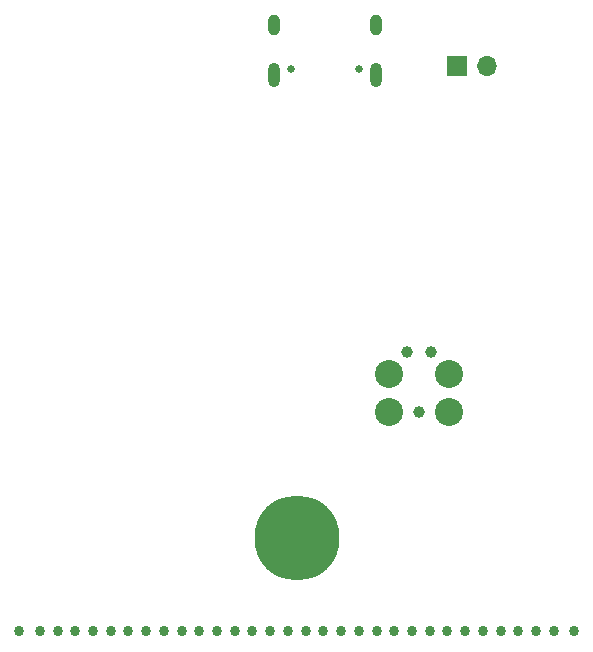
<source format=gbs>
G04 #@! TF.GenerationSoftware,KiCad,Pcbnew,7.0.11*
G04 #@! TF.CreationDate,2024-02-24T15:31:06+03:00*
G04 #@! TF.ProjectId,GameboyCartridgeV1.1,47616d65-626f-4794-9361-727472696467,rev?*
G04 #@! TF.SameCoordinates,Original*
G04 #@! TF.FileFunction,Soldermask,Bot*
G04 #@! TF.FilePolarity,Negative*
%FSLAX46Y46*%
G04 Gerber Fmt 4.6, Leading zero omitted, Abs format (unit mm)*
G04 Created by KiCad (PCBNEW 7.0.11) date 2024-02-24 15:31:06*
%MOMM*%
%LPD*%
G01*
G04 APERTURE LIST*
%ADD10C,0.650000*%
%ADD11O,1.000000X2.100000*%
%ADD12O,1.000000X1.800000*%
%ADD13C,0.860000*%
%ADD14C,2.374900*%
%ADD15C,0.990600*%
%ADD16C,7.200000*%
%ADD17R,1.700000X1.700000*%
%ADD18O,1.700000X1.700000*%
G04 APERTURE END LIST*
D10*
G04 #@! TO.C,J1*
X117050000Y-61665000D03*
X111270000Y-61665000D03*
D11*
X118480000Y-62165000D03*
D12*
X118480000Y-57985000D03*
D11*
X109840000Y-62165000D03*
D12*
X109840000Y-57985000D03*
G04 #@! TD*
D13*
G04 #@! TO.C,U3*
X88266962Y-109283715D03*
X90016962Y-109283715D03*
X91516962Y-109283715D03*
X93016962Y-109283715D03*
X94516962Y-109283715D03*
X96016962Y-109283715D03*
X97516962Y-109283715D03*
X99016962Y-109283715D03*
X100516962Y-109283715D03*
X102016962Y-109283715D03*
X103516962Y-109283715D03*
X105016962Y-109283715D03*
X106516962Y-109283715D03*
X108016962Y-109283715D03*
X109516962Y-109283715D03*
X111016962Y-109283715D03*
X112516962Y-109283715D03*
X114016962Y-109283715D03*
X115516962Y-109283715D03*
X117016962Y-109283715D03*
X118516962Y-109283715D03*
X120016962Y-109283715D03*
X121516962Y-109283715D03*
X123016962Y-109283715D03*
X124516962Y-109283715D03*
X126016962Y-109283715D03*
X127516962Y-109283715D03*
X129016962Y-109283715D03*
X130516962Y-109283715D03*
X132016962Y-109283715D03*
X133516962Y-109283715D03*
X135266962Y-109283715D03*
G04 #@! TD*
D14*
G04 #@! TO.C,J3*
X119560000Y-90690000D03*
D15*
X122100000Y-90690000D03*
D14*
X124640000Y-90690000D03*
X119560000Y-87515000D03*
X124640000Y-87515000D03*
D15*
X121084000Y-85610000D03*
X123116000Y-85610000D03*
G04 #@! TD*
D16*
G04 #@! TO.C,*
X111770000Y-101359673D03*
G04 #@! TD*
D17*
G04 #@! TO.C,J2*
X125345000Y-61375000D03*
D18*
X127885000Y-61375000D03*
G04 #@! TD*
M02*

</source>
